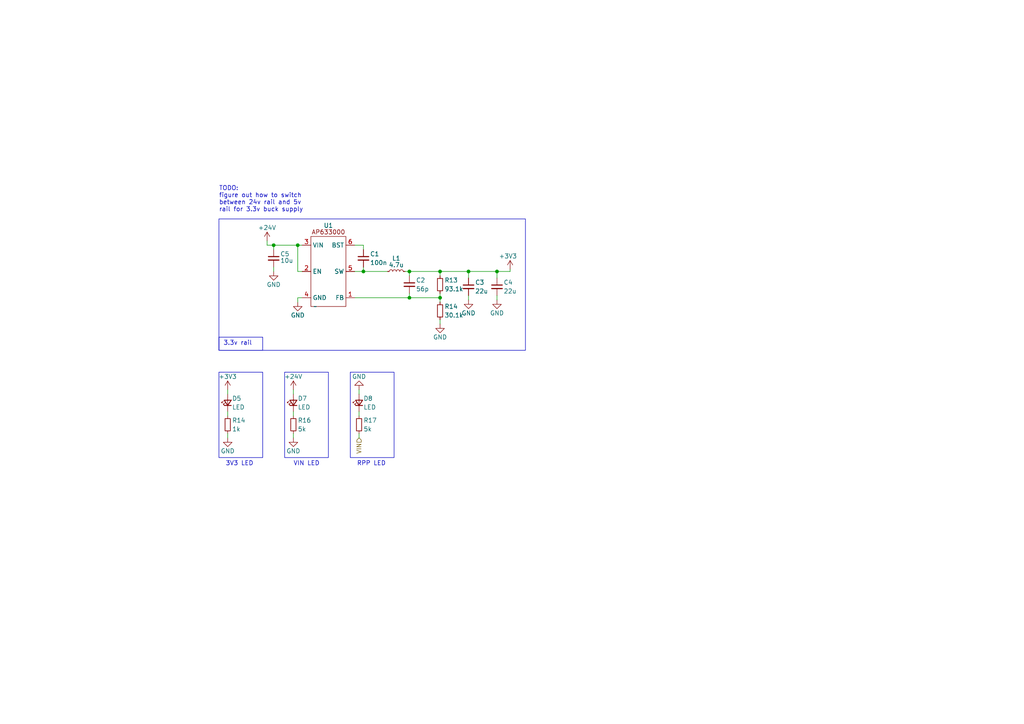
<source format=kicad_sch>
(kicad_sch (version 20230121) (generator eeschema)
  (paper "A4")
  (lib_symbols
    (symbol "Device:C_Small" (pin_numbers hide) (pin_names (offset 0.254) hide)
      (property "Reference" "C" (at 0.254 1.778 0))
      (property "Value" "C_Small" (at 0.254 -2.032 0))
      (symbol "C_Small_0_1"
        (polyline (pts (xy -1.524 -0.508) (xy 1.524 -0.508)) (stroke (width 0.3302)))
        (polyline (pts (xy -1.524 0.508) (xy 1.524 0.508)) (stroke (width 0.3048)))
      )
      (symbol "C_Small_1_1"
        (pin passive line (at 0 2.54 270) (length 2.032) (name "~") (number "1"))
        (pin passive line (at 0 -2.54 90) (length 2.032) (name "~") (number "2"))
      )
    )
    (symbol "Device:LED_Small" (pin_numbers hide) (pin_names (offset 0.254) hide)
      (property "Reference" "D" (at -1.27 3.175 0))
      (property "Value" "LED_Small" (at -4.445 -2.54 0))
      (symbol "LED_Small_0_1"
        (polyline (pts (xy -0.762 -1.016) (xy -0.762 1.016)) (stroke (width 0.254)))
        (polyline (pts (xy 1.016 0) (xy -0.762 0)))
        (polyline (pts (xy 0.762 -1.016) (xy -0.762 0) (xy 0.762 1.016) (xy 0.762 -1.016)) (stroke (width 0.254)))
        (polyline (pts (xy 0 0.762) (xy -0.508 1.27) (xy -0.254 1.27) (xy -0.508 1.27) (xy -0.508 1.016)))
        (polyline (pts (xy 0.508 1.27) (xy 0 1.778) (xy 0.254 1.778) (xy 0 1.778) (xy 0 1.524)))
      )
      (symbol "LED_Small_1_1"
        (pin passive line (at -2.54 0 0) (length 1.778) (name "K") (number "1"))
        (pin passive line (at 2.54 0 180) (length 1.778) (name "A") (number "2"))
      )
    )
    (symbol "Device:L_Small" (pin_numbers hide) (pin_names (offset 0.254) hide)
      (property "Reference" "L" (at 0.762 1.016 0))
      (property "Value" "L_Small" (at 0.762 -1.016 0))
      (symbol "L_Small_0_1"
        (arc (start 0 -2.032) (mid 0.5058 -1.524) (end 0 -1.016))
        (arc (start 0 -1.016) (mid 0.5058 -0.508) (end 0 0))
        (arc (start 0 0) (mid 0.5058 0.508) (end 0 1.016))
        (arc (start 0 1.016) (mid 0.5058 1.524) (end 0 2.032))
      )
      (symbol "L_Small_1_1"
        (pin passive line (at 0 2.54 270) (length 0.508) (name "~") (number "1"))
        (pin passive line (at 0 -2.54 90) (length 0.508) (name "~") (number "2"))
      )
    )
    (symbol "Device:R_Small" (pin_numbers hide) (pin_names (offset 0.254) hide)
      (property "Reference" "R" (at 0.762 0.508 0))
      (property "Value" "R_Small" (at 0.762 -1.016 0))
      (symbol "R_Small_0_1"
        (rectangle (start -0.762 1.778) (end 0.762 -1.778) (stroke (width 0.2032)))
      )
      (symbol "R_Small_1_1"
        (pin passive line (at 0 2.54 270) (length 0.762) (name "~") (number "1"))
        (pin passive line (at 0 -2.54 90) (length 0.762) (name "~") (number "2"))
      )
    )
    (symbol "GND_1" (power) (pin_names (offset 0))
      (property "Value" "GND_1" (at 0 -3.81 0))
      (symbol "GND_1_0_1"
        (polyline (pts (xy 0 0) (xy 0 -1.27) (xy 1.27 -1.27) (xy 0 -2.54) (xy -1.27 -1.27) (xy 0 -1.27)))
      )
      (symbol "GND_1_1_1"
        (pin power_in line (at 0 0 270) (length 0) hide (name "GND") (number "1"))
      )
    )
    (symbol "GND_2" (power) (pin_names (offset 0))
      (property "Value" "GND_2" (at 0 -3.81 0))
      (symbol "GND_2_0_1"
        (polyline (pts (xy 0 0) (xy 0 -1.27) (xy 1.27 -1.27) (xy 0 -2.54) (xy -1.27 -1.27) (xy 0 -1.27)))
      )
      (symbol "GND_2_1_1"
        (pin power_in line (at 0 0 270) (length 0) hide (name "GND") (number "1"))
      )
    )
    (symbol "ap63300:AP633000"
      (property "Reference" "U" (at 0 13.97 0))
      (symbol "AP633000_0_1"
        (rectangle (start -5.08 10.16) (end 5.08 -10.16))
      )
      (symbol "AP633000_1_1"
        (text "AP633000" (at 0 11.43 0) (effects (font (size 1.27 1.27))))
        (pin input line (at 7.62 -7.62 180) (length 2.54) (name "FB") (number "1"))
        (pin input line (at -7.62 0 0) (length 2.54) (name "EN") (number "2"))
        (pin input line (at -7.62 7.62 0) (length 2.54) (name "VIN") (number "3"))
        (pin input line (at -7.62 -7.62 0) (length 2.54) (name "GND") (number "4"))
        (pin input line (at 7.62 0 180) (length 2.54) (name "SW") (number "5"))
        (pin input line (at 7.62 7.62 180) (length 2.54) (name "BST") (number "6"))
      )
    )
    (symbol "power:+24V" (power) (pin_names (offset 0))
      (property "Value" "+24V" (at 0 3.556 0))
      (symbol "+24V_0_1"
        (polyline (pts (xy -0.762 1.27) (xy 0 2.54)))
        (polyline (pts (xy 0 0) (xy 0 2.54)))
        (polyline (pts (xy 0 2.54) (xy 0.762 1.27)))
      )
      (symbol "+24V_1_1"
        (pin power_in line (at 0 0 90) (length 0) hide (name "+24V") (number "1"))
      )
    )
    (symbol "power:+3V3" (power) (pin_names (offset 0))
      (property "Value" "+3V3" (at 0 3.556 0))
      (symbol "+3V3_0_1"
        (polyline (pts (xy -0.762 1.27) (xy 0 2.54)))
        (polyline (pts (xy 0 0) (xy 0 2.54)))
        (polyline (pts (xy 0 2.54) (xy 0.762 1.27)))
      )
      (symbol "+3V3_1_1"
        (pin power_in line (at 0 0 90) (length 0) hide (name "+3V3") (number "1"))
      )
    )
    (symbol "power:GND" (power) (pin_names (offset 0))
      (property "Value" "GND" (at 0 -3.81 0))
      (symbol "GND_0_1"
        (polyline (pts (xy 0 0) (xy 0 -1.27) (xy 1.27 -1.27) (xy 0 -2.54) (xy -1.27 -1.27) (xy 0 -1.27)))
      )
      (symbol "GND_1_1"
        (pin power_in line (at 0 0 270) (length 0) hide (name "GND") (number "1"))
      )
    )
  )
  (junction (at 105.41 78.74))
  (junction (at 118.745 78.74))
  (junction (at 118.745 86.36))
  (junction (at 135.89 78.74))
  (junction (at 144.145 78.74))
  (junction (at 86.36 71.12))
  (junction (at 79.375 71.12))
  (junction (at 127.635 86.36))
  (junction (at 127.635 78.74))
  (wire (pts (xy 102.87 71.12) (xy 105.41 71.12)))
  (wire (pts (xy 118.745 80.01) (xy 118.745 78.74)))
  (wire (pts (xy 127.635 78.74) (xy 127.635 80.01)))
  (wire (pts (xy 85.09 113.03) (xy 85.09 114.3)))
  (wire (pts (xy 118.745 78.74) (xy 127.635 78.74)))
  (wire (pts (xy 135.89 78.74) (xy 135.89 80.645)))
  (wire (pts (xy 102.87 86.36) (xy 118.745 86.36)))
  (wire (pts (xy 102.87 78.74) (xy 105.41 78.74)))
  (wire (pts (xy 66.04 119.38) (xy 66.04 120.65)))
  (wire (pts (xy 127.635 78.74) (xy 135.89 78.74)))
  (wire (pts (xy 147.955 78.105) (xy 147.955 78.74)))
  (wire (pts (xy 104.14 119.38) (xy 104.14 120.65)))
  (wire (pts (xy 118.745 85.09) (xy 118.745 86.36)))
  (wire (pts (xy 105.41 71.12) (xy 105.41 72.39)))
  (wire (pts (xy 66.04 125.73) (xy 66.04 127)))
  (wire (pts (xy 144.145 78.74) (xy 147.955 78.74)))
  (wire (pts (xy 127.635 92.71) (xy 127.635 93.98)))
  (wire (pts (xy 79.375 71.12) (xy 86.36 71.12)))
  (wire (pts (xy 86.36 87.63) (xy 86.36 86.36)))
  (wire (pts (xy 105.41 78.74) (xy 105.41 77.47)))
  (wire (pts (xy 127.635 86.36) (xy 127.635 85.09)))
  (wire (pts (xy 144.145 78.74) (xy 144.145 80.645)))
  (wire (pts (xy 118.745 86.36) (xy 127.635 86.36)))
  (wire (pts (xy 79.375 72.39) (xy 79.375 71.12)))
  (wire (pts (xy 86.36 71.12) (xy 87.63 71.12)))
  (wire (pts (xy 127.635 86.36) (xy 127.635 87.63)))
  (wire (pts (xy 79.375 77.47) (xy 79.375 78.74)))
  (wire (pts (xy 144.145 85.725) (xy 144.145 86.995)))
  (wire (pts (xy 118.745 78.74) (xy 117.475 78.74)))
  (wire (pts (xy 85.09 119.38) (xy 85.09 120.65)))
  (wire (pts (xy 105.41 78.74) (xy 112.395 78.74)))
  (wire (pts (xy 135.89 85.725) (xy 135.89 86.995)))
  (wire (pts (xy 104.14 113.03) (xy 104.14 114.3)))
  (wire (pts (xy 66.04 113.03) (xy 66.04 114.3)))
  (wire (pts (xy 104.14 125.73) (xy 104.14 127)))
  (wire (pts (xy 135.89 78.74) (xy 144.145 78.74)))
  (wire (pts (xy 77.47 71.12) (xy 79.375 71.12)))
  (wire (pts (xy 85.09 125.73) (xy 85.09 127)))
  (wire (pts (xy 77.47 69.85) (xy 77.47 71.12)))
  (wire (pts (xy 86.36 86.36) (xy 87.63 86.36)))
  (wire (pts (xy 86.36 78.74) (xy 87.63 78.74)))
  (wire (pts (xy 86.36 78.74) (xy 86.36 71.12)))
  (rectangle (start 63.5 107.95) (end 76.2 132.715))
  (rectangle (start 63.5 97.79) (end 76.2 101.6))
  (rectangle (start 101.6 107.95) (end 114.3 132.715))
  (rectangle (start 82.55 107.95) (end 95.25 132.715))
  (rectangle (start 63.5 63.5) (end 152.4 101.6))
  (text "RPP LED\n" (at 103.505 135.255 0) (effects (font (size 1.27 1.27)) (justify left bottom)))
  (text "3.3v rail" (at 64.77 100.33 0) (effects (font (size 1.27 1.27)) (justify left bottom)))
  (text "3V3 LED" (at 65.405 135.255 0) (effects (font (size 1.27 1.27)) (justify left bottom)))
  (text "TODO:\nfigure out how to switch\nbetween 24v rail and 5v \nrail for 3.3v buck supply" (at 63.5 61.595 0) (effects (font (size 1.27 1.27)) (justify left bottom)))
  (text "VIN LED\n" (at 85.09 135.255 0) (effects (font (size 1.27 1.27)) (justify left bottom)))
  (hierarchical_label "VIN" (shape input) (at 104.14 127 270))
  (symbol (lib_id "power:GND") (at 85.09 127 0) (unit 1)
    (property "Reference" "#PWR048" (effects hide))
    (property "Value" "GND" (at 85.09 130.81 0))
  )
  (symbol (lib_name "GND_1") (lib_id "power:GND") (at 127.635 93.98 0) (unit 1)
    (property "Reference" "#PWR09" (effects hide))
    (property "Value" "GND" (at 127.635 97.79 0))
    (instances (project "UMRT_FC_R1" (path "" (reference "#PWR09") (unit 1)) (path "" (reference "#PWR06") (unit 1)) (path "" (reference "#PWR054") (unit 1))))
  )
  (symbol (lib_name "GND_2") (lib_id "power:GND") (at 86.36 87.63 0) (unit 1)
    (property "Reference" "#PWR010" (effects hide))
    (property "Value" "GND" (at 86.36 91.44 0))
    (instances (project "UMRT_FC_R1" (path "" (reference "#PWR010") (unit 1)) (path "" (reference "#PWR04") (unit 1)) (path "" (reference "#PWR053") (unit 1))))
  )
  (symbol (lib_id "ap63300:AP633000") (at 95.25 78.74 0) (unit 1)
    (property "Reference" "U1" (at 95.25 65.405 0))
    (property "Value" "~" (at 91.44 88.9 0))
    (property "Footprint" "Package_TO_SOT_SMD:SOT-23-6" (effects hide))
    (instances (project "UMRT_FC_R1" (path "" (reference "U1") (unit 1)) (path "" (reference "U2") (unit 1)) (path "" (reference "U9") (unit 1))))
  )
  (symbol (lib_name "GND_2") (lib_id "power:GND") (at 79.375 78.74 0) (unit 1)
    (property "Reference" "#PWR013" (effects hide))
    (property "Value" "GND" (at 79.375 82.55 0))
    (instances (project "UMRT_FC_R1" (path "" (reference "#PWR013") (unit 1)) (path "" (reference "#PWR03") (unit 1)) (path "" (reference "#PWR052") (unit 1))))
  )
  (symbol (lib_id "power:+3V3") (at 66.04 113.03 0) (unit 1)
    (property "Reference" "#PWR044" (effects hide))
    (property "Value" "+3V3" (at 66.04 109.22 0))
  )
  (symbol (lib_id "Device:R_Small") (at 85.09 123.19 0) (unit 1)
    (property "Reference" "R16" (at 86.36 121.92 0) (effects (justify left)))
    (property "Value" "5k" (at 86.36 124.46 0) (effects (justify left)))
    (property "Footprint" "Resistor_SMD:R_0603_1608Metric" (effects hide))
  )
  (symbol (lib_id "power:+3V3") (at 147.955 78.105 0) (unit 1)
    (property "Reference" "#PWR057" (effects hide))
    (property "Value" "+3V3" (at 147.32 74.295 0))
  )
  (symbol (lib_id "Device:C_Small") (at 118.745 82.55 0) (unit 1)
    (property "Reference" "C2" (at 120.65 81.28 0) (effects (justify left)))
    (property "Value" "56p" (at 120.65 83.82 0) (effects (justify left)))
    (property "Footprint" "Capacitor_SMD:C_0805_2012Metric" (effects hide))
    (instances (project "UMRT_FC_R1" (path "" (reference "C2") (unit 1)) (path "" (reference "C5") (unit 1)) (path "" (reference "C35") (unit 1))))
  )
  (symbol (lib_id "power:+24V") (at 77.47 69.85 0) (unit 1)
    (property "Reference" "#PWR02" (effects hide))
    (property "Value" "+24V" (at 77.47 66.04 0))
    (instances (project "UMRT_FC_R1" (path "" (reference "#PWR02") (unit 1)) (path "" (reference "#PWR051") (unit 1))))
  )
  (symbol (lib_id "Device:LED_Small") (at 66.04 116.84 90) (unit 1)
    (property "Reference" "D5" (at 67.31 115.57 90) (effects (justify right)))
    (property "Value" "LED" (at 67.31 118.11 90) (effects (justify right)))
    (property "Footprint" "LED_SMD:LED_0603_1608Metric" (effects hide))
  )
  (symbol (lib_id "Device:L_Small") (at 114.935 78.74 90) (unit 1)
    (property "Reference" "L1" (at 114.935 74.93 90))
    (property "Value" "4.7u" (at 114.935 76.835 90))
    (property "Footprint" "Inductor_SMD:L_Abracon_ASPI-0630LR" (effects hide))
    (instances (project "UMRT_FC_R1" (path "" (reference "L1") (unit 1)) (path "" (reference "L1") (unit 1)) (path "" (reference "L3") (unit 1))))
  )
  (symbol (lib_id "Device:R_Small") (at 127.635 82.55 0) (unit 1)
    (property "Reference" "R13" (at 128.905 81.28 0) (effects (justify left)))
    (property "Value" "93.1k" (at 128.905 83.82 0) (effects (justify left)))
    (property "Footprint" "Resistor_SMD:R_0603_1608Metric" (effects hide))
    (instances (project "UMRT_FC_R1" (path "" (reference "R13") (unit 1)) (path "" (reference "R2") (unit 1)) (path "" (reference "R18") (unit 1))))
  )
  (symbol (lib_id "Device:R_Small") (at 66.04 123.19 0) (unit 1)
    (property "Reference" "R14" (at 67.31 121.92 0) (effects (justify left)))
    (property "Value" "1k" (at 67.31 124.46 0) (effects (justify left)))
    (property "Footprint" "Resistor_SMD:R_0603_1608Metric" (effects hide))
  )
  (symbol (lib_id "Device:LED_Small") (at 85.09 116.84 90) (unit 1)
    (property "Reference" "D7" (at 86.36 115.57 90) (effects (justify right)))
    (property "Value" "LED" (at 86.36 118.11 90) (effects (justify right)))
    (property "Footprint" "LED_SMD:LED_0603_1608Metric" (effects hide))
  )
  (symbol (lib_name "GND_1") (lib_id "power:GND") (at 135.89 86.995 0) (unit 1)
    (property "Reference" "#PWR011" (effects hide))
    (property "Value" "GND" (at 135.89 90.805 0))
    (instances (project "UMRT_FC_R1" (path "" (reference "#PWR011") (unit 1)) (path "" (reference "#PWR08") (unit 1)) (path "" (reference "#PWR055") (unit 1))))
  )
  (symbol (lib_id "Device:C_Small") (at 79.375 74.93 0) (unit 1)
    (property "Reference" "C5" (at 81.28 73.66 0) (effects (justify left)))
    (property "Value" "10u" (at 81.28 75.565 0) (effects (justify left)))
    (property "Footprint" "Capacitor_SMD:C_0805_2012Metric" (effects hide))
    (instances (project "UMRT_FC_R1" (path "" (reference "C5") (unit 1)) (path "" (reference "C2") (unit 1)) (path "" (reference "C33") (unit 1))))
  )
  (symbol (lib_id "power:GND") (at 66.04 127 0) (unit 1)
    (property "Reference" "#PWR045" (effects hide))
    (property "Value" "GND" (at 66.04 130.81 0))
  )
  (symbol (lib_id "power:+24V") (at 85.09 113.03 0) (unit 1)
    (property "Reference" "#PWR036" (effects hide))
    (property "Value" "+24V" (at 85.09 109.22 0))
    (instances (project "UMRT_FC_R1" (path "" (reference "#PWR036") (unit 1)) (path "" (reference "#PWR047") (unit 1))))
  )
  (symbol (lib_name "GND_1") (lib_id "power:GND") (at 144.145 86.995 0) (unit 1)
    (property "Reference" "#PWR012" (effects hide))
    (property "Value" "GND" (at 144.145 90.805 0))
    (instances (project "UMRT_FC_R1" (path "" (reference "#PWR012") (unit 1)) (path "" (reference "#PWR09") (unit 1)) (path "" (reference "#PWR056") (unit 1))))
  )
  (symbol (lib_id "Device:R_Small") (at 127.635 90.17 0) (unit 1)
    (property "Reference" "R14" (at 128.905 88.9 0) (effects (justify left)))
    (property "Value" "30.1k" (at 128.905 91.44 0) (effects (justify left)))
    (property "Footprint" "Resistor_SMD:R_0603_1608Metric" (effects hide))
    (instances (project "UMRT_FC_R1" (path "" (reference "R14") (unit 1)) (path "" (reference "R3") (unit 1)) (path "" (reference "R19") (unit 1))))
  )
  (symbol (lib_id "Device:C_Small") (at 105.41 74.93 0) (unit 1)
    (property "Reference" "C1" (at 107.315 73.66 0) (effects (justify left)))
    (property "Value" "100n" (at 107.315 76.2 0) (effects (justify left)))
    (property "Footprint" "Capacitor_SMD:C_0805_2012Metric" (effects hide))
    (instances (project "UMRT_FC_R1" (path "" (reference "C1") (unit 1)) (path "" (reference "C4") (unit 1)) (path "" (reference "C34") (unit 1))))
  )
  (symbol (lib_id "Device:LED_Small") (at 104.14 116.84 90) (unit 1)
    (property "Reference" "D8" (at 105.41 115.57 90) (effects (justify right)))
    (property "Value" "LED" (at 105.41 118.11 90) (effects (justify right)))
    (property "Footprint" "LED_SMD:LED_0603_1608Metric" (effects hide))
  )
  (symbol (lib_id "Device:C_Small") (at 144.145 83.185 0) (unit 1)
    (property "Reference" "C4" (at 146.05 81.915 0) (effects (justify left)))
    (property "Value" "22u" (at 146.05 84.455 0) (effects (justify left)))
    (property "Footprint" "Capacitor_SMD:C_0805_2012Metric" (effects hide))
    (instances (project "UMRT_FC_R1" (path "" (reference "C4") (unit 1)) (path "" (reference "C8") (unit 1)) (path "" (reference "C37") (unit 1))))
  )
  (symbol (lib_id "Device:C_Small") (at 135.89 83.185 0) (unit 1)
    (property "Reference" "C3" (at 137.795 81.915 0) (effects (justify left)))
    (property "Value" "22u" (at 137.795 84.455 0) (effects (justify left)))
    (property "Footprint" "Capacitor_SMD:C_0805_2012Metric" (effects hide))
    (instances (project "UMRT_FC_R1" (path "" (reference "C3") (unit 1)) (path "" (reference "C7") (unit 1)) (path "" (reference "C36") (unit 1))))
  )
  (symbol (lib_id "Device:R_Small") (at 104.14 123.19 0) (unit 1)
    (property "Reference" "R17" (at 105.41 121.92 0) (effects (justify left)))
    (property "Value" "5k" (at 105.41 124.46 0) (effects (justify left)))
    (property "Footprint" "Resistor_SMD:R_0603_1608Metric" (effects hide))
  )
  (symbol (lib_id "power:GND") (at 104.14 113.03 180) (unit 1)
    (property "Reference" "#PWR050" (effects hide))
    (property "Value" "GND" (at 104.14 109.22 0))
  )
)
</source>
